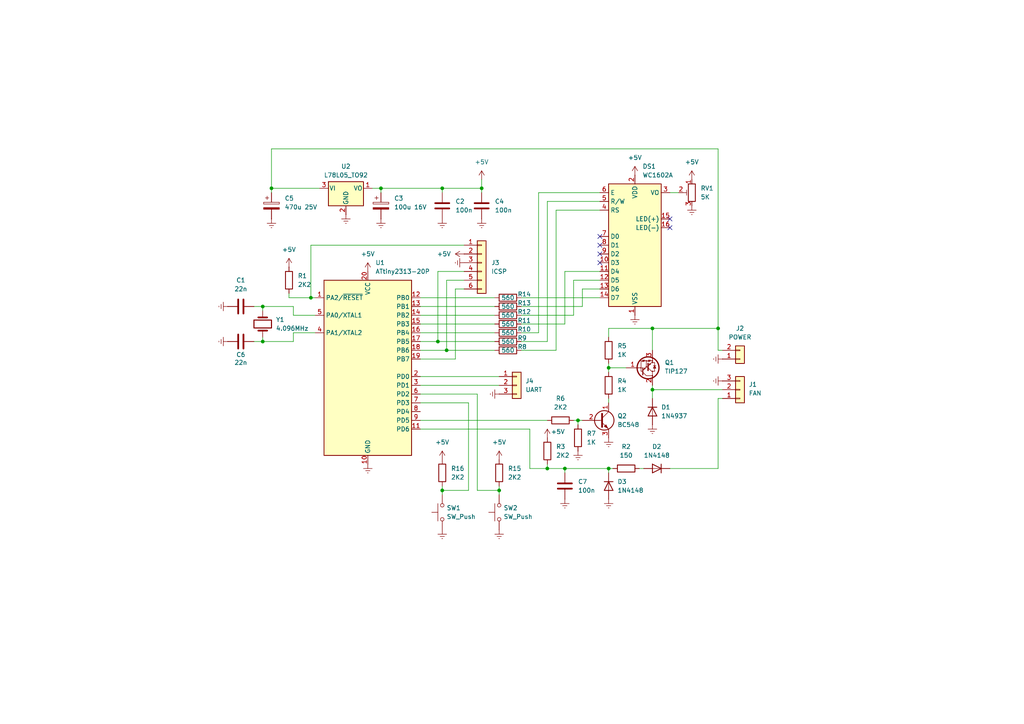
<source format=kicad_sch>
(kicad_sch (version 20231120) (generator "eeschema") (generator_version "8.0")
  (paper "A4")
  (title_block (title "spintach") (date "2024-07-11") (rev "0.1"))
  (lib_symbols
    (symbol "Connector_Generic:Conn_01x02" (pin_names (offset 1.016) hide)
      (property "Reference" "J" (at 0 2.54 0))
      (property "Value" "Conn_01x02" (at 0 -5.08 0))
      (symbol "Conn_01x02_1_1"
        (rectangle (start -1.27 -2.413) (end 0 -2.667) (stroke (width 0.1524)))
        (rectangle (start -1.27 0.127) (end 0 -0.127) (stroke (width 0.1524)))
        (rectangle (start -1.27 1.27) (end 1.27 -3.81) (stroke (width 0.254)) (fill (type background)))
        (pin passive line (at -5.08 0 0) (length 3.81) (name "Pin_1") (number "1"))
        (pin passive line (at -5.08 -2.54 0) (length 3.81) (name "Pin_2") (number "2"))
      )
    )
    (symbol "Connector_Generic:Conn_01x03" (pin_names (offset 1.016) hide)
      (property "Reference" "J" (at 0 5.08 0))
      (property "Value" "Conn_01x03" (at 0 -5.08 0))
      (symbol "Conn_01x03_1_1"
        (rectangle (start -1.27 -2.413) (end 0 -2.667) (stroke (width 0.1524)))
        (rectangle (start -1.27 0.127) (end 0 -0.127) (stroke (width 0.1524)))
        (rectangle (start -1.27 2.667) (end 0 2.413) (stroke (width 0.1524)))
        (rectangle (start -1.27 3.81) (end 1.27 -3.81) (stroke (width 0.254)) (fill (type background)))
        (pin passive line (at -5.08 2.54 0) (length 3.81) (name "Pin_1") (number "1"))
        (pin passive line (at -5.08 0 0) (length 3.81) (name "Pin_2") (number "2"))
        (pin passive line (at -5.08 -2.54 0) (length 3.81) (name "Pin_3") (number "3"))
      )
    )
    (symbol "Connector_Generic:Conn_01x06" (pin_names (offset 1.016) hide)
      (property "Reference" "J" (at 0 7.62 0))
      (property "Value" "Conn_01x06" (at 0 -10.16 0))
      (symbol "Conn_01x06_1_1"
        (rectangle (start -1.27 -7.493) (end 0 -7.747) (stroke (width 0.1524)))
        (rectangle (start -1.27 -4.953) (end 0 -5.207) (stroke (width 0.1524)))
        (rectangle (start -1.27 -2.413) (end 0 -2.667) (stroke (width 0.1524)))
        (rectangle (start -1.27 0.127) (end 0 -0.127) (stroke (width 0.1524)))
        (rectangle (start -1.27 2.667) (end 0 2.413) (stroke (width 0.1524)))
        (rectangle (start -1.27 5.207) (end 0 4.953) (stroke (width 0.1524)))
        (rectangle (start -1.27 6.35) (end 1.27 -8.89) (stroke (width 0.254)) (fill (type background)))
        (pin passive line (at -5.08 5.08 0) (length 3.81) (name "Pin_1") (number "1"))
        (pin passive line (at -5.08 2.54 0) (length 3.81) (name "Pin_2") (number "2"))
        (pin passive line (at -5.08 0 0) (length 3.81) (name "Pin_3") (number "3"))
        (pin passive line (at -5.08 -2.54 0) (length 3.81) (name "Pin_4") (number "4"))
        (pin passive line (at -5.08 -5.08 0) (length 3.81) (name "Pin_5") (number "5"))
        (pin passive line (at -5.08 -7.62 0) (length 3.81) (name "Pin_6") (number "6"))
      )
    )
    (symbol "Device:C" (pin_numbers hide) (pin_names (offset 0.254))
      (property "Reference" "C" (at 0.635 2.54 0))
      (property "Value" "C" (at 0.635 -2.54 0))
      (symbol "C_0_1"
        (polyline (pts (xy -2.032 -0.762) (xy 2.032 -0.762)) (stroke (width 0.508)))
        (polyline (pts (xy -2.032 0.762) (xy 2.032 0.762)) (stroke (width 0.508)))
      )
      (symbol "C_1_1"
        (pin passive line (at 0 3.81 270) (length 2.794) (name "~") (number "1"))
        (pin passive line (at 0 -3.81 90) (length 2.794) (name "~") (number "2"))
      )
    )
    (symbol "Device:C_Polarized" (pin_numbers hide) (pin_names (offset 0.254))
      (property "Reference" "C" (at 0.635 2.54 0))
      (property "Value" "C_Polarized" (at 0.635 -2.54 0))
      (symbol "C_Polarized_0_1"
        (rectangle (start -2.286 0.508) (end 2.286 1.016))
        (polyline (pts (xy -1.778 2.286) (xy -0.762 2.286)))
        (polyline (pts (xy -1.27 2.794) (xy -1.27 1.778)))
        (rectangle (start 2.286 -0.508) (end -2.286 -1.016) (fill (type outline)))
      )
      (symbol "C_Polarized_1_1"
        (pin passive line (at 0 3.81 270) (length 2.794) (name "~") (number "1"))
        (pin passive line (at 0 -3.81 90) (length 2.794) (name "~") (number "2"))
      )
    )
    (symbol "Device:Crystal" (pin_numbers hide) (pin_names (offset 1.016) hide)
      (property "Reference" "Y" (at 0 3.81 0))
      (property "Value" "Crystal" (at 0 -3.81 0))
      (symbol "Crystal_0_1"
        (rectangle (start -1.143 2.54) (end 1.143 -2.54) (stroke (width 0.3048)))
        (polyline (pts (xy -2.54 0) (xy -1.905 0)))
        (polyline (pts (xy -1.905 -1.27) (xy -1.905 1.27)) (stroke (width 0.508)))
        (polyline (pts (xy 1.905 -1.27) (xy 1.905 1.27)) (stroke (width 0.508)))
        (polyline (pts (xy 2.54 0) (xy 1.905 0)))
      )
      (symbol "Crystal_1_1"
        (pin passive line (at -3.81 0 0) (length 1.27) (name "1") (number "1"))
        (pin passive line (at 3.81 0 180) (length 1.27) (name "2") (number "2"))
      )
    )
    (symbol "Device:R" (pin_numbers hide) (pin_names (offset 0))
      (property "Reference" "R" (at 2.032 0 90))
      (property "Value" "R" (at 0 0 90))
      (symbol "R_0_1"
        (rectangle (start -1.016 -2.54) (end 1.016 2.54) (stroke (width 0.254)))
      )
      (symbol "R_1_1"
        (pin passive line (at 0 3.81 270) (length 1.27) (name "~") (number "1"))
        (pin passive line (at 0 -3.81 90) (length 1.27) (name "~") (number "2"))
      )
    )
    (symbol "Device:R_Potentiometer_Trim" (pin_names (offset 1.016) hide)
      (property "Reference" "RV" (at -4.445 0 90))
      (property "Value" "R_Potentiometer_Trim" (at -2.54 0 90))
      (symbol "R_Potentiometer_Trim_0_1"
        (polyline (pts (xy 1.524 0.762) (xy 1.524 -0.762)))
        (polyline (pts (xy 2.54 0) (xy 1.524 0)))
        (rectangle (start 1.016 2.54) (end -1.016 -2.54) (stroke (width 0.254)))
      )
      (symbol "R_Potentiometer_Trim_1_1"
        (pin passive line (at 0 3.81 270) (length 1.27) (name "1") (number "1"))
        (pin passive line (at 3.81 0 180) (length 1.27) (name "2") (number "2"))
        (pin passive line (at 0 -3.81 90) (length 1.27) (name "3") (number "3"))
      )
    )
    (symbol "Diode:1N4007" (pin_numbers hide) (pin_names hide)
      (property "Reference" "D" (at 0 2.54 0))
      (property "Value" "1N4007" (at 0 -2.54 0))
      (symbol "1N4007_0_1"
        (polyline (pts (xy -1.27 1.27) (xy -1.27 -1.27)) (stroke (width 0.254)))
        (polyline (pts (xy 1.27 0) (xy -1.27 0)))
        (polyline (pts (xy 1.27 1.27) (xy 1.27 -1.27) (xy -1.27 0) (xy 1.27 1.27)) (stroke (width 0.254)))
      )
      (symbol "1N4007_1_1"
        (pin passive line (at -3.81 0 0) (length 2.54) (name "K") (number "1"))
        (pin passive line (at 3.81 0 180) (length 2.54) (name "A") (number "2"))
      )
    )
    (symbol "Diode:1N4148" (pin_numbers hide) (pin_names hide)
      (property "Reference" "D" (at 0 2.54 0))
      (property "Value" "1N4148" (at 0 -2.54 0))
      (symbol "1N4148_0_1"
        (polyline (pts (xy -1.27 1.27) (xy -1.27 -1.27)) (stroke (width 0.254)))
        (polyline (pts (xy 1.27 0) (xy -1.27 0)))
        (polyline (pts (xy 1.27 1.27) (xy 1.27 -1.27) (xy -1.27 0) (xy 1.27 1.27)) (stroke (width 0.254)))
      )
      (symbol "1N4148_1_1"
        (pin passive line (at -3.81 0 0) (length 2.54) (name "K") (number "1"))
        (pin passive line (at 3.81 0 180) (length 2.54) (name "A") (number "2"))
      )
    )
    (symbol "Display_Character:WC1602A"
      (property "Reference" "DS" (at -5.842 19.05 0))
      (property "Value" "WC1602A" (at 5.334 19.05 0))
      (symbol "WC1602A_1_1"
        (rectangle (start -7.62 17.78) (end 7.62 -17.78) (stroke (width 0.254)) (fill (type background)))
        (pin power_in line (at 0 -20.32 90) (length 2.54) (name "VSS") (number "1"))
        (pin input line (at -10.16 -5.08 0) (length 2.54) (name "D3") (number "10"))
        (pin input line (at -10.16 -7.62 0) (length 2.54) (name "D4") (number "11"))
        (pin input line (at -10.16 -10.16 0) (length 2.54) (name "D5") (number "12"))
        (pin input line (at -10.16 -12.7 0) (length 2.54) (name "D6") (number "13"))
        (pin input line (at -10.16 -15.24 0) (length 2.54) (name "D7") (number "14"))
        (pin power_in line (at 10.16 7.62 180) (length 2.54) (name "LED(+)") (number "15"))
        (pin power_in line (at 10.16 5.08 180) (length 2.54) (name "LED(-)") (number "16"))
        (pin power_in line (at 0 20.32 270) (length 2.54) (name "VDD") (number "2"))
        (pin input line (at 10.16 15.24 180) (length 2.54) (name "VO") (number "3"))
        (pin input line (at -10.16 10.16 0) (length 2.54) (name "RS") (number "4"))
        (pin input line (at -10.16 12.7 0) (length 2.54) (name "R/W") (number "5"))
        (pin input line (at -10.16 15.24 0) (length 2.54) (name "E") (number "6"))
        (pin input line (at -10.16 2.54 0) (length 2.54) (name "D0") (number "7"))
        (pin input line (at -10.16 0 0) (length 2.54) (name "D1") (number "8"))
        (pin input line (at -10.16 -2.54 0) (length 2.54) (name "D2") (number "9"))
      )
    )
    (symbol "MCU_Microchip_ATtiny:ATtiny2313-20P"
      (property "Reference" "U" (at -12.7 26.67 0))
      (property "Value" "ATtiny2313-20P" (at 2.54 -26.67 0))
      (symbol "ATtiny2313-20P_0_1"
        (rectangle (start -12.7 -25.4) (end 12.7 25.4) (stroke (width 0.254)) (fill (type background)))
      )
      (symbol "ATtiny2313-20P_1_1"
        (pin bidirectional line (at -15.24 20.32 0) (length 2.54) (name "PA2/~{RESET}") (number "1"))
        (pin power_in line (at 0 -27.94 90) (length 2.54) (name "GND") (number "10"))
        (pin bidirectional line (at 15.24 -17.78 180) (length 2.54) (name "PD6") (number "11"))
        (pin bidirectional line (at 15.24 20.32 180) (length 2.54) (name "PB0") (number "12"))
        (pin bidirectional line (at 15.24 17.78 180) (length 2.54) (name "PB1") (number "13"))
        (pin bidirectional line (at 15.24 15.24 180) (length 2.54) (name "PB2") (number "14"))
        (pin bidirectional line (at 15.24 12.7 180) (length 2.54) (name "PB3") (number "15"))
        (pin bidirectional line (at 15.24 10.16 180) (length 2.54) (name "PB4") (number "16"))
        (pin bidirectional line (at 15.24 7.62 180) (length 2.54) (name "PB5") (number "17"))
        (pin bidirectional line (at 15.24 5.08 180) (length 2.54) (name "PB6") (number "18"))
        (pin bidirectional line (at 15.24 2.54 180) (length 2.54) (name "PB7") (number "19"))
        (pin bidirectional line (at 15.24 -2.54 180) (length 2.54) (name "PD0") (number "2"))
        (pin power_in line (at 0 27.94 270) (length 2.54) (name "VCC") (number "20"))
        (pin bidirectional line (at 15.24 -5.08 180) (length 2.54) (name "PD1") (number "3"))
        (pin bidirectional line (at -15.24 10.16 0) (length 2.54) (name "PA1/XTAL2") (number "4"))
        (pin bidirectional line (at -15.24 15.24 0) (length 2.54) (name "PA0/XTAL1") (number "5"))
        (pin bidirectional line (at 15.24 -7.62 180) (length 2.54) (name "PD2") (number "6"))
        (pin bidirectional line (at 15.24 -10.16 180) (length 2.54) (name "PD3") (number "7"))
        (pin bidirectional line (at 15.24 -12.7 180) (length 2.54) (name "PD4") (number "8"))
        (pin bidirectional line (at 15.24 -15.24 180) (length 2.54) (name "PD5") (number "9"))
      )
    )
    (symbol "Regulator_Linear:L78L05_TO92" (pin_names (offset 0.254))
      (property "Reference" "U" (at -3.81 3.175 0))
      (property "Value" "L78L05_TO92" (at 0 3.175 0))
      (symbol "L78L05_TO92_0_1"
        (rectangle (start -5.08 -5.08) (end 5.08 1.905) (stroke (width 0.254)) (fill (type background)))
      )
      (symbol "L78L05_TO92_1_1"
        (pin power_out line (at 7.62 0 180) (length 2.54) (name "VO") (number "1"))
        (pin power_in line (at 0 -7.62 90) (length 2.54) (name "GND") (number "2"))
        (pin power_in line (at -7.62 0 0) (length 2.54) (name "VI") (number "3"))
      )
    )
    (symbol "Switch:SW_Push" (pin_numbers hide) (pin_names (offset 1.016) hide)
      (property "Reference" "SW" (at 1.27 2.54 0))
      (property "Value" "SW_Push" (at 0 -1.524 0))
      (symbol "SW_Push_0_1"
        (circle (center -2.032 0) (radius 0.508))
        (polyline (pts (xy 0 1.27) (xy 0 3.048)))
        (polyline (pts (xy 2.54 1.27) (xy -2.54 1.27)))
        (circle (center 2.032 0) (radius 0.508))
        (pin passive line (at -5.08 0 0) (length 2.54) (name "1") (number "1"))
        (pin passive line (at 5.08 0 180) (length 2.54) (name "2") (number "2"))
      )
    )
    (symbol "Transistor_BJT:BC548" (pin_names (offset 0) hide)
      (property "Reference" "Q" (at 5.08 1.905 0))
      (property "Value" "BC548" (at 5.08 0 0))
      (symbol "BC548_0_1"
        (polyline (pts (xy 0 0) (xy 0.635 0)))
        (polyline (pts (xy 0.635 0.635) (xy 2.54 2.54)))
        (polyline (pts (xy 0.635 -0.635) (xy 2.54 -2.54) (xy 2.54 -2.54)))
        (polyline (pts (xy 0.635 1.905) (xy 0.635 -1.905) (xy 0.635 -1.905)) (stroke (width 0.508)))
        (polyline (pts (xy 1.27 -1.778) (xy 1.778 -1.27) (xy 2.286 -2.286) (xy 1.27 -1.778) (xy 1.27 -1.778)) (fill (type outline)))
        (circle (center 1.27 0) (radius 2.8194) (stroke (width 0.254)))
      )
      (symbol "BC548_1_1"
        (pin passive line (at 2.54 5.08 270) (length 2.54) (name "C") (number "1"))
        (pin input line (at -5.08 0 0) (length 5.08) (name "B") (number "2"))
        (pin passive line (at 2.54 -5.08 90) (length 2.54) (name "E") (number "3"))
      )
    )
    (symbol "Transistor_BJT:TIP127" (pin_names (offset 0) hide)
      (property "Reference" "Q" (at 5.08 1.905 0))
      (property "Value" "TIP127" (at 5.08 0 0))
      (symbol "TIP127_0_1"
        (circle (center -0.762 0) (radius 0.127))
        (polyline (pts (xy -1.27 0) (xy -0.889 0)))
        (polyline (pts (xy 2.54 -2.032) (xy 2.54 -2.54)))
        (polyline (pts (xy 2.54 -1.524) (xy 3.175 -1.524)))
        (polyline (pts (xy 2.794 -0.635) (xy 3.556 -0.635)))
        (polyline (pts (xy 3.175 -1.524) (xy 3.175 -0.635)))
        (polyline (pts (xy 3.175 0.127) (xy 3.175 1.016)))
        (polyline (pts (xy 3.175 1.016) (xy 2.54 1.016)))
        (polyline (pts (xy -0.254 0.762) (xy 0.762 -0.254) (xy 1.27 -0.254)))
        (polyline (pts (xy -0.254 1.016) (xy -0.762 1.016) (xy -0.762 -2.032)))
        (polyline (pts (xy -0.254 1.27) (xy 0.762 2.286) (xy 2.54 2.286)))
        (polyline (pts (xy -0.254 2.032) (xy -0.254 0) (xy -0.254 0)) (stroke (width 0.3048)))
        (polyline (pts (xy 1.27 0.762) (xy 1.27 -1.27) (xy 1.27 -1.27)) (stroke (width 0.381)))
        (polyline (pts (xy 0 0.508) (xy 0.254 0) (xy 0.508 0.254) (xy 0 0.508)))
        (polyline (pts (xy 1.27 -0.508) (xy 2.286 -1.524) (xy 2.54 -1.524) (xy 2.54 -2.032)))
        (polyline (pts (xy 1.27 0) (xy 2.286 1.016) (xy 2.54 1.016) (xy 2.54 2.286)))
        (polyline (pts (xy 1.524 -0.762) (xy 1.778 -1.27) (xy 2.032 -1.016) (xy 1.524 -0.762)))
        (polyline (pts (xy 3.175 -0.635) (xy 2.794 0.127) (xy 3.556 0.127) (xy 3.175 -0.635)) (fill (type outline)))
        (polyline (pts (xy 0.762 -2.032) (xy 0.381 -2.032) (xy 0.254 -2.286) (xy 0.127 -1.778) (xy 0 -2.286) (xy -0.127 -1.778) (xy -0.254 -2.286) (xy -0.381 -1.778) (xy -0.508 -2.032) (xy -0.762 -2.032)))
        (polyline (pts (xy 0.762 -0.254) (xy 0.762 -2.032) (xy 1.143 -2.032) (xy 1.27 -1.778) (xy 1.397 -2.286) (xy 1.524 -1.778) (xy 1.651 -2.286) (xy 1.778 -1.778) (xy 1.905 -2.286) (xy 2.032 -2.032) (xy 2.54 -2.032)))
        (circle (center 0.762 -2.032) (radius 0.127))
        (circle (center 0.762 -0.254) (radius 0.127))
        (circle (center 1.27 0) (radius 3.175) (stroke (width 0.3556)))
        (circle (center 2.54 -2.032) (radius 0.127))
        (circle (center 2.54 -1.524) (radius 0.127))
        (circle (center 2.54 1.016) (radius 0.127))
        (circle (center 2.54 2.286) (radius 0.127))
      )
      (symbol "TIP127_1_1"
        (pin input line (at -5.08 0 0) (length 3.81) (name "B") (number "1"))
        (pin passive line (at 2.54 5.08 270) (length 2.667) (name "C") (number "2"))
        (pin passive line (at 2.54 -5.08 90) (length 2.54) (name "E") (number "3"))
      )
    )
    (symbol "power:+5V" (power) (pin_numbers hide) (pin_names (offset 0) hide)
      (property "Value" "+5V" (at 0 3.556 0))
      (symbol "+5V_0_1"
        (polyline (pts (xy -0.762 1.27) (xy 0 2.54)))
        (polyline (pts (xy 0 0) (xy 0 2.54)))
        (polyline (pts (xy 0 2.54) (xy 0.762 1.27)))
      )
      (symbol "+5V_1_1"
        (pin power_in line (at 0 0 90) (length 0) (name "~") (number "1"))
      )
    )
    (symbol "power:Earth" (power) (pin_numbers hide) (pin_names (offset 0) hide)
      (property "Value" "Earth" (at 0 -3.81 0))
      (symbol "Earth_0_1"
        (polyline (pts (xy -0.635 -1.905) (xy 0.635 -1.905)))
        (polyline (pts (xy -0.127 -2.54) (xy 0.127 -2.54)))
        (polyline (pts (xy 0 -1.27) (xy 0 0)))
        (polyline (pts (xy 1.27 -1.27) (xy -1.27 -1.27)))
      )
      (symbol "Earth_1_1"
        (pin power_in line (at 0 0 270) (length 0) (name "~") (number "1"))
      )
    )
  )
  (junction (at 163.83 135.89))
  (junction (at 176.53 135.89))
  (junction (at 129.54 101.6))
  (junction (at 90.17 86.36))
  (junction (at 110.49 54.61))
  (junction (at 189.23 113.03))
  (junction (at 189.23 95.25))
  (junction (at 139.7 54.61))
  (junction (at 127 99.06))
  (junction (at 176.53 106.68))
  (junction (at 144.78 142.24))
  (junction (at 76.2 99.06))
  (junction (at 208.28 95.25))
  (junction (at 128.27 142.24))
  (junction (at 76.2 88.9))
  (junction (at 158.75 135.89))
  (junction (at 78.74 54.61))
  (junction (at 167.64 121.92))
  (junction (at 128.27 54.61))
  (no_connect (at 173.99 76.2))
  (no_connect (at 173.99 68.58))
  (no_connect (at 173.99 73.66))
  (no_connect (at 194.31 63.5))
  (no_connect (at 173.99 71.12))
  (no_connect (at 194.31 66.04))
  (wire (pts (xy 132.08 104.14) (xy 132.08 83.82)))
  (wire (pts (xy 107.95 54.61) (xy 110.49 54.61)))
  (wire (pts (xy 128.27 142.24) (xy 128.27 143.51)))
  (wire (pts (xy 167.64 121.92) (xy 167.64 123.19)))
  (wire (pts (xy 121.92 109.22) (xy 144.78 109.22)))
  (wire (pts (xy 127 78.74) (xy 134.62 78.74)))
  (wire (pts (xy 121.92 96.52) (xy 143.51 96.52)))
  (wire (pts (xy 128.27 54.61) (xy 139.7 54.61)))
  (wire (pts (xy 166.37 91.44) (xy 166.37 81.28)))
  (wire (pts (xy 144.78 140.97) (xy 144.78 142.24)))
  (wire (pts (xy 121.92 114.3) (xy 138.43 114.3)))
  (wire (pts (xy 163.83 93.98) (xy 163.83 78.74)))
  (wire (pts (xy 186.69 135.89) (xy 185.42 135.89)))
  (wire (pts (xy 161.29 60.96) (xy 173.99 60.96)))
  (wire (pts (xy 168.91 83.82) (xy 173.99 83.82)))
  (wire (pts (xy 78.74 43.18) (xy 78.74 54.61)))
  (wire (pts (xy 194.31 55.88) (xy 196.85 55.88)))
  (wire (pts (xy 76.2 88.9) (xy 85.09 88.9)))
  (wire (pts (xy 208.28 43.18) (xy 78.74 43.18)))
  (wire (pts (xy 128.27 140.97) (xy 128.27 142.24)))
  (wire (pts (xy 189.23 113.03) (xy 189.23 115.57)))
  (wire (pts (xy 176.53 106.68) (xy 181.61 106.68)))
  (wire (pts (xy 209.55 101.6) (xy 208.28 101.6)))
  (wire (pts (xy 177.8 135.89) (xy 176.53 135.89)))
  (wire (pts (xy 144.78 142.24) (xy 144.78 143.51)))
  (wire (pts (xy 127 99.06) (xy 127 78.74)))
  (wire (pts (xy 90.17 86.36) (xy 91.44 86.36)))
  (wire (pts (xy 128.27 142.24) (xy 135.89 142.24)))
  (wire (pts (xy 151.13 101.6) (xy 161.29 101.6)))
  (wire (pts (xy 176.53 106.68) (xy 176.53 107.95)))
  (wire (pts (xy 189.23 113.03) (xy 209.55 113.03)))
  (wire (pts (xy 129.54 81.28) (xy 129.54 101.6)))
  (wire (pts (xy 90.17 71.12) (xy 90.17 86.36)))
  (wire (pts (xy 151.13 96.52) (xy 156.21 96.52)))
  (wire (pts (xy 156.21 96.52) (xy 156.21 55.88)))
  (wire (pts (xy 208.28 95.25) (xy 189.23 95.25)))
  (wire (pts (xy 129.54 101.6) (xy 121.92 101.6)))
  (wire (pts (xy 163.83 135.89) (xy 176.53 135.89)))
  (wire (pts (xy 151.13 91.44) (xy 166.37 91.44)))
  (wire (pts (xy 208.28 135.89) (xy 208.28 115.57)))
  (wire (pts (xy 121.92 111.76) (xy 144.78 111.76)))
  (wire (pts (xy 85.09 96.52) (xy 85.09 99.06)))
  (wire (pts (xy 132.08 83.82) (xy 134.62 83.82)))
  (wire (pts (xy 151.13 88.9) (xy 168.91 88.9)))
  (wire (pts (xy 83.82 85.09) (xy 83.82 86.36)))
  (wire (pts (xy 91.44 96.52) (xy 85.09 96.52)))
  (wire (pts (xy 139.7 55.88) (xy 139.7 54.61)))
  (wire (pts (xy 168.91 88.9) (xy 168.91 83.82)))
  (wire (pts (xy 134.62 71.12) (xy 90.17 71.12)))
  (wire (pts (xy 158.75 99.06) (xy 158.75 58.42)))
  (wire (pts (xy 158.75 135.89) (xy 153.67 135.89)))
  (wire (pts (xy 73.66 99.06) (xy 76.2 99.06)))
  (wire (pts (xy 76.2 90.17) (xy 76.2 88.9)))
  (wire (pts (xy 129.54 101.6) (xy 143.51 101.6)))
  (wire (pts (xy 189.23 111.76) (xy 189.23 113.03)))
  (wire (pts (xy 121.92 91.44) (xy 143.51 91.44)))
  (wire (pts (xy 78.74 54.61) (xy 78.74 55.88)))
  (wire (pts (xy 208.28 115.57) (xy 209.55 115.57)))
  (wire (pts (xy 85.09 88.9) (xy 85.09 91.44)))
  (wire (pts (xy 121.92 104.14) (xy 132.08 104.14)))
  (wire (pts (xy 134.62 81.28) (xy 129.54 81.28)))
  (wire (pts (xy 138.43 142.24) (xy 144.78 142.24)))
  (wire (pts (xy 158.75 135.89) (xy 158.75 134.62)))
  (wire (pts (xy 158.75 135.89) (xy 163.83 135.89)))
  (wire (pts (xy 176.53 105.41) (xy 176.53 106.68)))
  (wire (pts (xy 151.13 99.06) (xy 158.75 99.06)))
  (wire (pts (xy 166.37 81.28) (xy 173.99 81.28)))
  (wire (pts (xy 128.27 54.61) (xy 128.27 55.88)))
  (wire (pts (xy 208.28 95.25) (xy 208.28 101.6)))
  (wire (pts (xy 167.64 121.92) (xy 168.91 121.92)))
  (wire (pts (xy 176.53 95.25) (xy 176.53 97.79)))
  (wire (pts (xy 194.31 135.89) (xy 208.28 135.89)))
  (wire (pts (xy 121.92 86.36) (xy 143.51 86.36)))
  (wire (pts (xy 121.92 99.06) (xy 127 99.06)))
  (wire (pts (xy 163.83 137.16) (xy 163.83 135.89)))
  (wire (pts (xy 85.09 91.44) (xy 91.44 91.44)))
  (wire (pts (xy 121.92 93.98) (xy 143.51 93.98)))
  (wire (pts (xy 121.92 88.9) (xy 143.51 88.9)))
  (wire (pts (xy 151.13 86.36) (xy 173.99 86.36)))
  (wire (pts (xy 92.71 54.61) (xy 78.74 54.61)))
  (wire (pts (xy 121.92 124.46) (xy 153.67 124.46)))
  (wire (pts (xy 156.21 55.88) (xy 173.99 55.88)))
  (wire (pts (xy 176.53 115.57) (xy 176.53 116.84)))
  (wire (pts (xy 166.37 121.92) (xy 167.64 121.92)))
  (wire (pts (xy 158.75 58.42) (xy 173.99 58.42)))
  (wire (pts (xy 110.49 54.61) (xy 110.49 55.88)))
  (wire (pts (xy 76.2 99.06) (xy 85.09 99.06)))
  (wire (pts (xy 153.67 124.46) (xy 153.67 135.89)))
  (wire (pts (xy 121.92 121.92) (xy 158.75 121.92)))
  (wire (pts (xy 138.43 114.3) (xy 138.43 142.24)))
  (wire (pts (xy 76.2 99.06) (xy 76.2 97.79)))
  (wire (pts (xy 135.89 142.24) (xy 135.89 116.84)))
  (wire (pts (xy 83.82 86.36) (xy 90.17 86.36)))
  (wire (pts (xy 208.28 95.25) (xy 208.28 43.18)))
  (wire (pts (xy 161.29 101.6) (xy 161.29 60.96)))
  (wire (pts (xy 189.23 101.6) (xy 189.23 95.25)))
  (wire (pts (xy 151.13 93.98) (xy 163.83 93.98)))
  (wire (pts (xy 163.83 78.74) (xy 173.99 78.74)))
  (wire (pts (xy 135.89 116.84) (xy 121.92 116.84)))
  (wire (pts (xy 110.49 54.61) (xy 128.27 54.61)))
  (wire (pts (xy 189.23 95.25) (xy 176.53 95.25)))
  (wire (pts (xy 73.66 88.9) (xy 76.2 88.9)))
  (wire (pts (xy 176.53 135.89) (xy 176.53 137.16)))
  (wire (pts (xy 127 99.06) (xy 143.51 99.06)))
  (wire (pts (xy 139.7 52.07) (xy 139.7 54.61)))
  (symbol (lib_id "Device:R") (at 128.27 137.16 0) (unit 1)
    (property "Reference" "R16" (at 130.81 135.8899 0) (effects (justify left)))
    (property "Value" "2K2" (at 130.81 138.4299 0) (effects (justify left)))
    (property "Description" "Resistor" (effects (hide yes)))
  )
  (symbol (lib_id "power:Earth") (at 184.15 91.44 0) (unit 1)
    (property "Reference" "#PWR03" (effects (hide yes)))
    (property "Value" "Earth" (effects (hide yes)))
    (property "Description" "Power symbol creates a global label with name \"Earth\"" (effects (hide yes)))
  )
  (symbol (lib_id "Diode:1N4148") (at 190.5 135.89 0) (mirror y) (unit 1)
    (property "Reference" "D2" (at 190.5 129.54 0))
    (property "Value" "1N4148" (at 190.5 132.08 0))
    (property "Footprint" "Diode_THT:D_DO-35_SOD27_P7.62mm_Horizontal" (effects (hide yes)))
    (property "Datasheet" "https://assets.nexperia.com/documents/data-sheet/1N4148_1N4448.pdf" (effects (hide yes)))
    (property "Description" "100V 0.15A standard switching diode, DO-35" (effects (hide yes)))
    (property "Sim.Device" "D" (effects (hide yes)))
    (property "Sim.Pins" "1=K 2=A" (effects (hide yes)))
  )
  (symbol (lib_id "Transistor_BJT:TIP127") (at 186.69 106.68 0) (mirror x) (unit 1)
    (property "Reference" "Q1" (at 192.786 105.156 0) (effects (justify left)))
    (property "Value" "TIP127" (at 192.786 107.696 0) (effects (justify left)))
    (property "Footprint" "Package_TO_SOT_THT:TO-220-3_Vertical" (effects (hide yes)))
    (property "Datasheet" "https://www.onsemi.com/pub/Collateral/TIP120-D.PDF" (effects (hide yes)))
    (property "Description" "5A Ic, 100V Vce, Silicon Darlington Power PNP Transistor, TO-220" (effects (hide yes)))
  )
  (symbol (lib_id "power:+5V") (at 128.27 133.35 0) (unit 1)
    (property "Reference" "#PWR025" (effects (hide yes)))
    (property "Value" "+5V" (at 128.27 128.27 0))
    (property "Description" "Power symbol creates a global label with name \"+5V\"" (effects (hide yes)))
  )
  (symbol (lib_id "power:Earth") (at 209.55 110.49 270) (unit 1)
    (property "Reference" "#PWR017" (effects (hide yes)))
    (property "Value" "Earth" (effects (hide yes)))
    (property "Description" "Power symbol creates a global label with name \"Earth\"" (effects (hide yes)))
  )
  (symbol (lib_id "power:Earth") (at 176.53 144.78 0) (unit 1)
    (property "Reference" "#PWR022" (effects (hide yes)))
    (property "Value" "Earth" (effects (hide yes)))
    (property "Description" "Power symbol creates a global label with name \"Earth\"" (effects (hide yes)))
  )
  (symbol (lib_id "Transistor_BJT:BC548") (at 173.99 121.92 0) (unit 1)
    (property "Reference" "Q2" (at 179.07 120.6499 0) (effects (justify left)))
    (property "Value" "BC548" (at 179.07 123.1899 0) (effects (justify left)))
    (property "Footprint" "Package_TO_SOT_THT:TO-92_Inline" (effects (hide yes)))
    (property "Datasheet" "https://www.onsemi.com/pub/Collateral/BC550-D.pdf" (effects (hide yes)))
    (property "Description" "0.1A Ic, 30V Vce, Small Signal NPN Transistor, TO-92" (effects (hide yes)))
  )
  (symbol (lib_id "Diode:1N4007") (at 189.23 119.38 270) (unit 1)
    (property "Reference" "D1" (at 191.77 118.1099 90) (effects (justify left)))
    (property "Value" "1N4937" (at 191.77 120.6499 90) (effects (justify left)))
    (property "Footprint" "Diode_THT:D_DO-41_SOD81_P10.16mm_Horizontal" (effects (hide yes)))
    (property "Datasheet" "http://www.vishay.com/docs/88503/1n4001.pdf" (effects (hide yes)))
    (property "Description" "1000V 1A General Purpose Rectifier Diode, DO-41" (effects (hide yes)))
    (property "Sim.Device" "D" (effects (hide yes)))
    (property "Sim.Pins" "1=K 2=A" (effects (hide yes)))
  )
  (symbol (lib_id "power:Earth") (at 106.68 134.62 0) (unit 1)
    (property "Reference" "#PWR02" (effects (hide yes)))
    (property "Value" "Earth" (effects (hide yes)))
    (property "Description" "Power symbol creates a global label with name \"Earth\"" (effects (hide yes)))
  )
  (symbol (lib_id "power:+5V") (at 200.66 52.07 0) (unit 1)
    (property "Reference" "#PWR029" (effects (hide yes)))
    (property "Value" "+5V" (at 200.66 46.99 0))
    (property "Description" "Power symbol creates a global label with name \"+5V\"" (effects (hide yes)))
  )
  (symbol (lib_id "Device:R") (at 144.78 137.16 0) (unit 1)
    (property "Reference" "R15" (at 147.32 135.8899 0) (effects (justify left)))
    (property "Value" "2K2" (at 147.32 138.4299 0) (effects (justify left)))
    (property "Description" "Resistor" (effects (hide yes)))
  )
  (symbol (lib_id "power:Earth") (at 144.78 153.67 0) (unit 1)
    (property "Reference" "#PWR027" (effects (hide yes)))
    (property "Value" "Earth" (effects (hide yes)))
    (property "Description" "Power symbol creates a global label with name \"Earth\"" (effects (hide yes)))
  )
  (symbol (lib_id "Device:R") (at 176.53 111.76 0) (unit 1)
    (property "Reference" "R4" (at 179.07 110.4899 0) (effects (justify left)))
    (property "Value" "1K" (at 179.07 113.0299 0) (effects (justify left)))
    (property "Description" "Resistor" (effects (hide yes)))
  )
  (symbol (lib_id "Device:R") (at 162.56 121.92 90) (unit 1)
    (property "Reference" "R6" (at 162.56 115.57 90))
    (property "Value" "2K2" (at 162.56 118.11 90))
    (property "Description" "Resistor" (effects (hide yes)))
  )
  (symbol (lib_id "power:+5V") (at 134.62 73.66 90) (mirror x) (unit 1)
    (property "Reference" "#PWR015" (effects (hide yes)))
    (property "Value" "+5V" (at 130.81 73.6601 90) (effects (justify left)))
    (property "Description" "Power symbol creates a global label with name \"+5V\"" (effects (hide yes)))
  )
  (symbol (lib_id "power:Earth") (at 189.23 123.19 0) (unit 1)
    (property "Reference" "#PWR019" (effects (hide yes)))
    (property "Value" "Earth" (effects (hide yes)))
    (property "Description" "Power symbol creates a global label with name \"Earth\"" (effects (hide yes)))
  )
  (symbol (lib_id "power:Earth") (at 134.62 76.2 270) (mirror x) (unit 1)
    (property "Reference" "#PWR016" (effects (hide yes)))
    (property "Value" "Earth" (effects (hide yes)))
    (property "Description" "Power symbol creates a global label with name \"Earth\"" (effects (hide yes)))
  )
  (symbol (lib_id "Device:R") (at 147.32 101.6 90) (unit 1)
    (property "Reference" "R8" (at 150.114 100.584 90) (effects (justify right)))
    (property "Value" "560" (at 147.32 101.6 90))
    (property "Description" "Resistor" (effects (hide yes)))
  )
  (symbol (lib_id "Device:R") (at 181.61 135.89 90) (unit 1)
    (property "Reference" "R2" (at 181.61 129.54 90))
    (property "Value" "150" (at 181.61 132.08 90))
    (property "Description" "Resistor" (effects (hide yes)))
  )
  (symbol (lib_id "Device:C") (at 69.85 88.9 90) (unit 1)
    (property "Reference" "C1" (at 69.85 81.28 90))
    (property "Value" "22n" (at 69.85 83.82 90))
    (property "Description" "Unpolarized capacitor" (effects (hide yes)))
  )
  (symbol (lib_id "Connector_Generic:Conn_01x06") (at 139.7 76.2 0) (unit 1)
    (property "Reference" "J3" (at 142.494 76.2 0) (effects (justify left)))
    (property "Value" "ICSP" (at 142.494 78.74 0) (effects (justify left)))
    (property "Description" "Generic connector, single row, 01x06, script generated (kicad-library-utils/schlib/autogen/connector/)" (effects (hide yes)))
  )
  (symbol (lib_id "power:Earth") (at 176.53 127 0) (unit 1)
    (property "Reference" "#PWR018" (effects (hide yes)))
    (property "Value" "Earth" (effects (hide yes)))
    (property "Description" "Power symbol creates a global label with name \"Earth\"" (effects (hide yes)))
  )
  (symbol (lib_id "Device:R") (at 147.32 86.36 90) (unit 1)
    (property "Reference" "R14" (at 150.114 85.344 90) (effects (justify right)))
    (property "Value" "560" (at 147.32 86.36 90))
    (property "Description" "Resistor" (effects (hide yes)))
  )
  (symbol (lib_id "Connector_Generic:Conn_01x02") (at 214.63 104.14 0) (mirror x) (unit 1)
    (property "Reference" "J2" (at 214.63 95.25 0))
    (property "Value" "POWER" (at 214.63 97.79 0))
    (property "Description" "Generic connector, single row, 01x02, script generated (kicad-library-utils/schlib/autogen/connector/)" (effects (hide yes)))
  )
  (symbol (lib_id "power:Earth") (at 139.7 63.5 0) (unit 1)
    (property "Reference" "#PWR08" (effects (hide yes)))
    (property "Value" "Earth" (effects (hide yes)))
    (property "Description" "Power symbol creates a global label with name \"Earth\"" (effects (hide yes)))
  )
  (symbol (lib_id "Device:C_Polarized") (at 78.74 59.69 0) (unit 1)
    (property "Reference" "C5" (at 82.55 57.5309 0) (effects (justify left)))
    (property "Value" "470u 25V" (at 82.55 60.0709 0) (effects (justify left)))
    (property "Description" "Polarized capacitor" (effects (hide yes)))
  )
  (symbol (lib_id "Device:R") (at 147.32 96.52 90) (unit 1)
    (property "Reference" "R10" (at 150.114 95.504 90) (effects (justify right)))
    (property "Value" "560" (at 147.32 96.52 90))
    (property "Description" "Resistor" (effects (hide yes)))
  )
  (symbol (lib_id "Connector_Generic:Conn_01x03") (at 214.63 113.03 0) (mirror x) (unit 1)
    (property "Reference" "J1" (at 217.17 111.506 0) (effects (justify left)))
    (property "Value" "FAN" (at 217.17 114.0461 0) (effects (justify left)))
    (property "Description" "Generic connector, single row, 01x03, script generated (kicad-library-utils/schlib/autogen/connector/)" (effects (hide yes)))
  )
  (symbol (lib_id "power:+5V") (at 144.78 133.35 0) (unit 1)
    (property "Reference" "#PWR026" (effects (hide yes)))
    (property "Value" "+5V" (at 144.78 128.27 0))
    (property "Description" "Power symbol creates a global label with name \"+5V\"" (effects (hide yes)))
  )
  (symbol (lib_id "power:Earth") (at 209.55 104.14 270) (mirror x) (unit 1)
    (property "Reference" "#PWR09" (effects (hide yes)))
    (property "Value" "Earth" (effects (hide yes)))
    (property "Description" "Power symbol creates a global label with name \"Earth\"" (effects (hide yes)))
  )
  (symbol (lib_id "Device:R") (at 158.75 130.81 0) (unit 1)
    (property "Reference" "R3" (at 161.29 129.5399 0) (effects (justify left)))
    (property "Value" "2K2" (at 161.29 132.0799 0) (effects (justify left)))
    (property "Description" "Resistor" (effects (hide yes)))
  )
  (symbol (lib_id "Device:R") (at 147.32 88.9 90) (unit 1)
    (property "Reference" "R13" (at 150.114 87.884 90) (effects (justify right)))
    (property "Value" "560" (at 147.32 88.9 90))
    (property "Description" "Resistor" (effects (hide yes)))
  )
  (symbol (lib_id "Device:C_Polarized") (at 110.49 59.69 0) (unit 1)
    (property "Reference" "C3" (at 114.3 57.5309 0) (effects (justify left)))
    (property "Value" "100u 16V" (at 114.3 60.0709 0) (effects (justify left)))
    (property "Description" "Polarized capacitor" (effects (hide yes)))
  )
  (symbol (lib_id "power:Earth") (at 78.74 63.5 0) (unit 1)
    (property "Reference" "#PWR04" (effects (hide yes)))
    (property "Value" "Earth" (effects (hide yes)))
    (property "Description" "Power symbol creates a global label with name \"Earth\"" (effects (hide yes)))
  )
  (symbol (lib_id "Device:R") (at 176.53 101.6 0) (unit 1)
    (property "Reference" "R5" (at 179.07 100.3299 0) (effects (justify left)))
    (property "Value" "1K" (at 179.07 102.8699 0) (effects (justify left)))
    (property "Description" "Resistor" (effects (hide yes)))
  )
  (symbol (lib_id "Device:R_Potentiometer_Trim") (at 200.66 55.88 0) (mirror y) (unit 1)
    (property "Reference" "RV1" (at 203.2 54.6099 0) (effects (justify right)))
    (property "Value" "5K" (at 203.2 57.1499 0) (effects (justify right)))
    (property "Description" "Trim-potentiometer" (effects (hide yes)))
  )
  (symbol (lib_id "Connector_Generic:Conn_01x03") (at 149.86 111.76 0) (unit 1)
    (property "Reference" "J4" (at 152.4 110.4899 0) (effects (justify left)))
    (property "Value" "UART" (at 152.4 113.0299 0) (effects (justify left)))
    (property "Description" "Generic connector, single row, 01x03, script generated (kicad-library-utils/schlib/autogen/connector/)" (effects (hide yes)))
  )
  (symbol (lib_id "Device:R") (at 83.82 81.28 0) (unit 1)
    (property "Reference" "R1" (at 86.36 80.0099 0) (effects (justify left)))
    (property "Value" "2K2" (at 86.36 82.5499 0) (effects (justify left)))
    (property "Description" "Resistor" (effects (hide yes)))
  )
  (symbol (lib_id "Device:C") (at 139.7 59.69 180) (unit 1)
    (property "Reference" "C4" (at 143.51 58.4199 0) (effects (justify right)))
    (property "Value" "100n" (at 143.51 60.9599 0) (effects (justify right)))
    (property "Description" "Unpolarized capacitor" (effects (hide yes)))
  )
  (symbol (lib_id "Device:R") (at 167.64 127 0) (unit 1)
    (property "Reference" "R7" (at 170.18 125.7299 0) (effects (justify left)))
    (property "Value" "1K" (at 170.18 128.2699 0) (effects (justify left)))
    (property "Description" "Resistor" (effects (hide yes)))
  )
  (symbol (lib_id "Device:R") (at 147.32 99.06 90) (unit 1)
    (property "Reference" "R9" (at 150.114 98.044 90) (effects (justify right)))
    (property "Value" "560" (at 147.32 99.06 90))
    (property "Description" "Resistor" (effects (hide yes)))
  )
  (symbol (lib_id "Regulator_Linear:L78L05_TO92") (at 100.33 54.61 0) (unit 1)
    (property "Reference" "U2" (at 100.33 48.26 0))
    (property "Value" "L78L05_TO92" (at 100.33 50.8 0))
    (property "Footprint" "Package_TO_SOT_THT:TO-92_Inline" (effects (hide yes)))
    (property "Datasheet" "http://www.st.com/content/ccc/resource/technical/document/datasheet/15/55/e5/aa/23/5b/43/fd/CD00000446.pdf/files/CD00000446.pdf/jcr:content/translations/en.CD00000446.pdf" (effects (hide yes)))
    (property "Description" "Positive 100mA 30V Linear Regulator, Fixed Output 5V, TO-92" (effects (hide yes)))
  )
  (symbol (lib_id "power:+5V") (at 184.15 50.8 0) (unit 1)
    (property "Reference" "#PWR014" (effects (hide yes)))
    (property "Value" "+5V" (at 184.15 45.72 0))
    (property "Description" "Power symbol creates a global label with name \"+5V\"" (effects (hide yes)))
  )
  (symbol (lib_id "power:Earth") (at 144.78 114.3 270) (unit 1)
    (property "Reference" "#PWR024" (effects (hide yes)))
    (property "Value" "Earth" (effects (hide yes)))
    (property "Description" "Power symbol creates a global label with name \"Earth\"" (effects (hide yes)))
  )
  (symbol (lib_id "power:Earth") (at 66.04 88.9 270) (unit 1)
    (property "Reference" "#PWR010" (effects (hide yes)))
    (property "Value" "Earth" (effects (hide yes)))
    (property "Description" "Power symbol creates a global label with name \"Earth\"" (effects (hide yes)))
  )
  (symbol (lib_id "power:Earth") (at 167.64 130.81 0) (unit 1)
    (property "Reference" "#PWR020" (effects (hide yes)))
    (property "Value" "Earth" (effects (hide yes)))
    (property "Description" "Power symbol creates a global label with name \"Earth\"" (effects (hide yes)))
  )
  (symbol (lib_id "power:Earth") (at 66.04 99.06 270) (unit 1)
    (property "Reference" "#PWR011" (effects (hide yes)))
    (property "Value" "Earth" (effects (hide yes)))
    (property "Description" "Power symbol creates a global label with name \"Earth\"" (effects (hide yes)))
  )
  (symbol (lib_id "MCU_Microchip_ATtiny:ATtiny2313-20P") (at 106.68 106.68 0) (unit 1)
    (property "Reference" "U1" (at 108.8741 76.2 0) (effects (justify left)))
    (property "Value" "ATtiny2313-20P" (at 108.8741 78.74 0) (effects (justify left)))
    (property "Footprint" "Package_DIP:DIP-20_W7.62mm" (effects (hide yes)))
    (property "Datasheet" "http://ww1.microchip.com/downloads/en/DeviceDoc/Atmel-2543-AVR-ATtiny2313_Datasheet.pdf" (effects (hide yes)))
    (property "Description" "20MHz, 2kB Flash, 128B SRAM, 128B EEPROM, debugWIRE, DIP-20" (effects (hide yes)))
  )
  (symbol (lib_id "Switch:SW_Push") (at 144.78 148.59 90) (unit 1)
    (property "Reference" "SW2" (at 146.05 147.3199 90) (effects (justify right)))
    (property "Value" "SW_Push" (at 146.05 149.8599 90) (effects (justify right)))
    (property "Description" "Push button switch, generic, two pins" (effects (hide yes)))
  )
  (symbol (lib_id "power:Earth") (at 110.49 63.5 0) (unit 1)
    (property "Reference" "#PWR06" (effects (hide yes)))
    (property "Value" "Earth" (effects (hide yes)))
    (property "Description" "Power symbol creates a global label with name \"Earth\"" (effects (hide yes)))
  )
  (symbol (lib_id "Device:C") (at 163.83 140.97 0) (unit 1)
    (property "Reference" "C7" (at 167.64 139.6999 0) (effects (justify left)))
    (property "Value" "100n" (at 167.64 142.2399 0) (effects (justify left)))
    (property "Description" "Unpolarized capacitor" (effects (hide yes)))
  )
  (symbol (lib_id "Display_Character:WC1602A") (at 184.15 71.12 0) (unit 1)
    (property "Reference" "DS1" (at 186.3441 48.26 0) (effects (justify left)))
    (property "Value" "WC1602A" (at 186.3441 50.8 0) (effects (justify left)))
    (property "Footprint" "Display:WC1602A" (effects (hide yes)))
    (property "Datasheet" "http://www.wincomlcd.com/pdf/WC1602A-SFYLYHTC06.pdf" (effects (hide yes)))
    (property "Description" "LCD 16x2 Alphanumeric , 8 bit parallel bus, 5V VDD" (effects (hide yes)))
  )
  (symbol (lib_id "Device:C") (at 69.85 99.06 90) (unit 1)
    (property "Reference" "C6" (at 69.85 102.87 90))
    (property "Value" "22n" (at 69.85 105.156 90))
    (property "Description" "Unpolarized capacitor" (effects (hide yes)))
  )
  (symbol (lib_id "Device:Crystal") (at 76.2 93.98 90) (unit 1)
    (property "Reference" "Y1" (at 80.01 92.7099 90) (effects (justify right)))
    (property "Value" "4.096MHz" (at 80.01 95.2499 90) (effects (justify right)))
    (property "Description" "Two pin crystal" (effects (hide yes)))
  )
  (symbol (lib_id "Diode:1N4148") (at 176.53 140.97 270) (unit 1)
    (property "Reference" "D3" (at 179.07 139.6999 90) (effects (justify left)))
    (property "Value" "1N4148" (at 179.07 142.2399 90) (effects (justify left)))
    (property "Footprint" "Diode_THT:D_DO-35_SOD27_P7.62mm_Horizontal" (effects (hide yes)))
    (property "Datasheet" "https://assets.nexperia.com/documents/data-sheet/1N4148_1N4448.pdf" (effects (hide yes)))
    (property "Description" "100V 0.15A standard switching diode, DO-35" (effects (hide yes)))
    (property "Sim.Device" "D" (effects (hide yes)))
    (property "Sim.Pins" "1=K 2=A" (effects (hide yes)))
  )
  (symbol (lib_id "power:Earth") (at 128.27 153.67 0) (unit 1)
    (property "Reference" "#PWR028" (effects (hide yes)))
    (property "Value" "Earth" (effects (hide yes)))
    (property "Description" "Power symbol creates a global label with name \"Earth\"" (effects (hide yes)))
  )
  (symbol (lib_id "Device:R") (at 147.32 91.44 90) (unit 1)
    (property "Reference" "R12" (at 150.114 90.424 90) (effects (justify right)))
    (property "Value" "560" (at 147.32 91.44 90))
    (property "Description" "Resistor" (effects (hide yes)))
  )
  (symbol (lib_id "power:+5V") (at 158.75 127 0) (unit 1)
    (property "Reference" "#PWR021" (effects (hide yes)))
    (property "Value" "+5V" (at 161.798 125.222 0))
    (property "Description" "Power symbol creates a global label with name \"+5V\"" (effects (hide yes)))
  )
  (symbol (lib_id "power:Earth") (at 163.83 144.78 0) (unit 1)
    (property "Reference" "#PWR023" (effects (hide yes)))
    (property "Value" "Earth" (effects (hide yes)))
    (property "Description" "Power symbol creates a global label with name \"Earth\"" (effects (hide yes)))
  )
  (symbol (lib_id "power:Earth") (at 200.66 59.69 0) (unit 1)
    (property "Reference" "#PWR030" (effects (hide yes)))
    (property "Value" "Earth" (effects (hide yes)))
    (property "Description" "Power symbol creates a global label with name \"Earth\"" (effects (hide yes)))
  )
  (symbol (lib_id "Switch:SW_Push") (at 128.27 148.59 90) (unit 1)
    (property "Reference" "SW1" (at 129.54 147.3199 90) (effects (justify right)))
    (property "Value" "SW_Push" (at 129.54 149.8599 90) (effects (justify right)))
    (property "Description" "Push button switch, generic, two pins" (effects (hide yes)))
  )
  (symbol (lib_id "Device:R") (at 147.32 93.98 90) (unit 1)
    (property "Reference" "R11" (at 150.114 92.964 90) (effects (justify right)))
    (property "Value" "560" (at 147.32 93.98 90))
    (property "Description" "Resistor" (effects (hide yes)))
  )
  (symbol (lib_id "power:Earth") (at 128.27 63.5 0) (unit 1)
    (property "Reference" "#PWR07" (effects (hide yes)))
    (property "Value" "Earth" (effects (hide yes)))
    (property "Description" "Power symbol creates a global label with name \"Earth\"" (effects (hide yes)))
  )
  (symbol (lib_id "Device:C") (at 128.27 59.69 180) (unit 1)
    (property "Reference" "C2" (at 132.08 58.4199 0) (effects (justify right)))
    (property "Value" "100n" (at 132.08 60.9599 0) (effects (justify right)))
    (property "Description" "Unpolarized capacitor" (effects (hide yes)))
  )
  (symbol (lib_id "power:+5V") (at 106.68 78.74 0) (unit 1)
    (property "Reference" "#PWR013" (effects (hide yes)))
    (property "Value" "+5V" (at 106.68 73.66 0))
    (property "Description" "Power symbol creates a global label with name \"+5V\"" (effects (hide yes)))
  )
  (symbol (lib_id "power:+5V") (at 139.7 52.07 0) (unit 1)
    (property "Reference" "#PWR01" (effects (hide yes)))
    (property "Value" "+5V" (at 139.7 46.99 0))
    (property "Description" "Power symbol creates a global label with name \"+5V\"" (effects (hide yes)))
  )
  (symbol (lib_id "power:Earth") (at 100.33 62.23 0) (unit 1)
    (property "Reference" "#PWR05" (effects (hide yes)))
    (property "Value" "Earth" (effects (hide yes)))
    (property "Description" "Power symbol creates a global label with name \"Earth\"" (effects (hide yes)))
  )
  (symbol (lib_id "power:+5V") (at 83.82 77.47 0) (unit 1)
    (property "Reference" "#PWR012" (effects (hide yes)))
    (property "Value" "+5V" (at 83.82 72.39 0))
    (property "Description" "Power symbol creates a global label with name \"+5V\"" (effects (hide yes)))
  )
)
</source>
